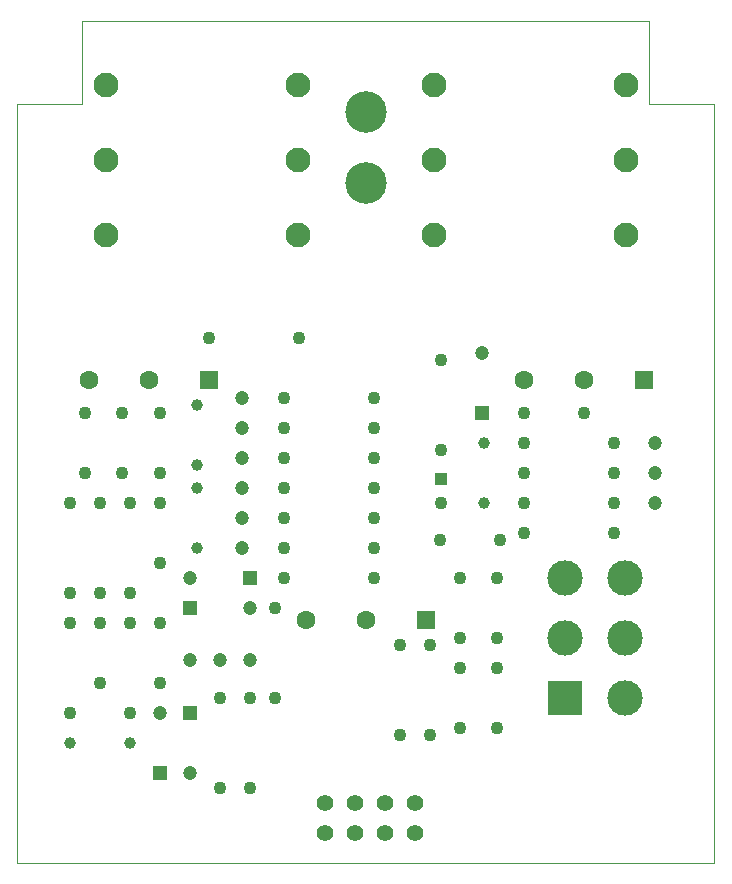
<source format=gts>
G75*
%MOIN*%
%OFA0B0*%
%FSLAX25Y25*%
%IPPOS*%
%LPD*%
%AMOC8*
5,1,8,0,0,1.08239X$1,22.5*
%
%ADD10C,0.04331*%
%ADD11C,0.04724*%
%ADD12C,0.03937*%
%ADD13R,0.06299X0.06299*%
%ADD14C,0.06299*%
%ADD15R,0.04724X0.04724*%
%ADD16R,0.11811X0.11811*%
%ADD17C,0.11811*%
%ADD18C,0.00000*%
%ADD19C,0.08268*%
%ADD20R,0.04331X0.04331*%
%ADD21C,0.13843*%
%ADD22C,0.05512*%
D10*
X0022500Y0052935D03*
X0032500Y0062935D03*
X0042500Y0052935D03*
X0052500Y0062935D03*
X0052500Y0082935D03*
X0042500Y0082935D03*
X0042500Y0092935D03*
X0032500Y0092935D03*
X0032500Y0082935D03*
X0022500Y0082935D03*
X0022500Y0092935D03*
X0022500Y0122935D03*
X0027500Y0132935D03*
X0032500Y0122935D03*
X0040000Y0132935D03*
X0042500Y0122935D03*
X0052500Y0122935D03*
X0052500Y0132935D03*
X0052500Y0152935D03*
X0040000Y0152935D03*
X0027500Y0152935D03*
X0068750Y0177935D03*
X0093750Y0157935D03*
X0093750Y0147935D03*
X0093750Y0137935D03*
X0093750Y0127935D03*
X0093750Y0117935D03*
X0093750Y0107935D03*
X0093750Y0097935D03*
X0090750Y0087935D03*
X0090750Y0057935D03*
X0082500Y0057935D03*
X0072500Y0057935D03*
X0072500Y0027935D03*
X0082500Y0027935D03*
X0132500Y0045435D03*
X0142500Y0045435D03*
X0152500Y0047935D03*
X0165000Y0047935D03*
X0165000Y0067935D03*
X0165000Y0077935D03*
X0152500Y0077935D03*
X0152500Y0067935D03*
X0142500Y0075435D03*
X0132500Y0075435D03*
X0123750Y0097935D03*
X0123750Y0107935D03*
X0123750Y0117935D03*
X0123750Y0127935D03*
X0123750Y0137935D03*
X0123750Y0147935D03*
X0123750Y0157935D03*
X0146250Y0170435D03*
X0146250Y0140435D03*
X0146250Y0122995D03*
X0146000Y0110435D03*
X0152500Y0097935D03*
X0165000Y0097935D03*
X0166000Y0110435D03*
X0173750Y0112935D03*
X0173750Y0122935D03*
X0173750Y0132935D03*
X0173750Y0142935D03*
X0173750Y0152935D03*
X0193750Y0152935D03*
X0203750Y0142935D03*
X0203750Y0132935D03*
X0203750Y0122935D03*
X0203750Y0112935D03*
X0098750Y0177935D03*
X0052500Y0102935D03*
D11*
X0062500Y0097935D03*
X0080000Y0107935D03*
X0080000Y0117935D03*
X0080000Y0127935D03*
X0080000Y0137935D03*
X0080000Y0147935D03*
X0080000Y0157935D03*
X0082500Y0087935D03*
X0082500Y0070435D03*
X0072500Y0070435D03*
X0062500Y0070435D03*
X0052500Y0052935D03*
X0062500Y0032935D03*
X0160000Y0172935D03*
X0217500Y0142935D03*
X0217500Y0132935D03*
X0217500Y0122935D03*
D12*
X0160500Y0122935D03*
X0160500Y0142935D03*
X0065000Y0135435D03*
X0065000Y0127935D03*
X0065000Y0107935D03*
X0065000Y0155435D03*
X0042500Y0042935D03*
X0022500Y0042935D03*
D13*
X0068750Y0163998D03*
X0141250Y0083998D03*
X0213750Y0163998D03*
D14*
X0193750Y0163998D03*
X0173750Y0163998D03*
X0121250Y0083998D03*
X0101250Y0083998D03*
X0048750Y0163998D03*
X0028750Y0163998D03*
D15*
X0082500Y0097935D03*
X0062500Y0087935D03*
X0062500Y0052935D03*
X0052500Y0032935D03*
X0160000Y0152935D03*
D16*
X0187500Y0057935D03*
D17*
X0187500Y0077935D03*
X0187500Y0097935D03*
X0207500Y0097935D03*
X0207500Y0077935D03*
X0207500Y0057935D03*
D18*
X0237283Y0002935D02*
X0005000Y0002935D01*
X0005000Y0255967D01*
X0026654Y0255967D01*
X0026654Y0283526D01*
X0215630Y0283526D01*
X0215630Y0255967D01*
X0237283Y0255967D01*
X0237283Y0002935D01*
D19*
X0207699Y0212185D03*
X0207699Y0237185D03*
X0207699Y0262185D03*
X0143801Y0262185D03*
X0143801Y0237185D03*
X0143801Y0212185D03*
X0098449Y0212185D03*
X0098449Y0237185D03*
X0098449Y0262185D03*
X0034551Y0262185D03*
X0034551Y0237185D03*
X0034551Y0212185D03*
D20*
X0146250Y0130875D03*
D21*
X0121250Y0229498D03*
X0121250Y0253120D03*
D22*
X0117500Y0022935D03*
X0117500Y0012935D03*
X0127500Y0012935D03*
X0127500Y0022935D03*
X0137500Y0022935D03*
X0137500Y0012935D03*
X0107500Y0012935D03*
X0107500Y0022935D03*
M02*

</source>
